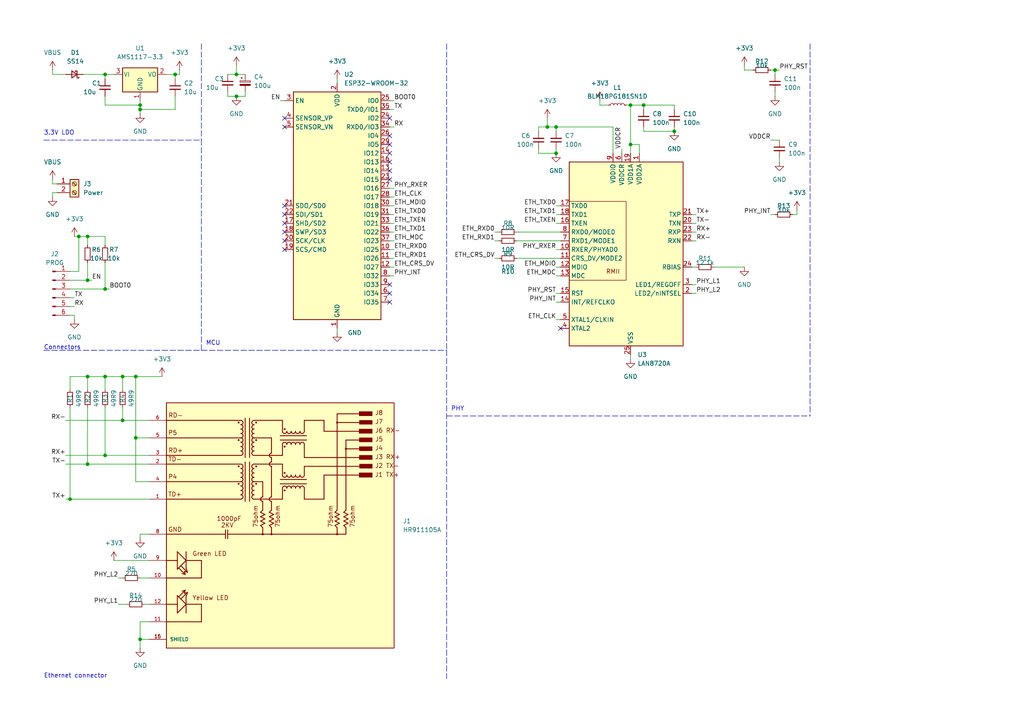
<source format=kicad_sch>
(kicad_sch (version 20211123) (generator eeschema)
  (paper "A4")
  (lib_symbols
    (symbol "Connector:Conn_01x06_Male" (pin_names (offset 1.016) hide)
      (property "Reference" "J" (at 0 7.62 0))
      (property "Value" "Conn_01x06_Male" (at 0 -10.16 0))
      (symbol "Conn_01x06_Male_1_1"
        (pin passive line (at 5.08 5.08 180) (length 3.81) (name "Pin_1") (number "1"))
        (pin passive line (at 5.08 2.54 180) (length 3.81) (name "Pin_2") (number "2"))
        (pin passive line (at 5.08 0 180) (length 3.81) (name "Pin_3") (number "3"))
        (pin passive line (at 5.08 -2.54 180) (length 3.81) (name "Pin_4") (number "4"))
        (pin passive line (at 5.08 -5.08 180) (length 3.81) (name "Pin_5") (number "5"))
        (pin passive line (at 5.08 -7.62 180) (length 3.81) (name "Pin_6") (number "6"))
      )
    )
    (symbol "Connector:Screw_Terminal_01x02" (pin_names (offset 1.016) hide)
      (property "Reference" "J" (at 0 2.54 0))
      (property "Value" "Screw_Terminal_01x02" (at 0 -5.08 0))
      (symbol "Screw_Terminal_01x02_1_1"
        (pin passive line (at -5.08 0 0) (length 3.81) (name "Pin_1") (number "1"))
        (pin passive line (at -5.08 -2.54 0) (length 3.81) (name "Pin_2") (number "2"))
      )
    )
    (symbol "Device:C_Polarized_Small" (pin_numbers hide) (pin_names (offset 0.254) hide)
      (property "Reference" "C" (at 0.254 1.778 0))
      (property "Value" "C_Polarized_Small" (at 0.254 -2.032 0))
      (symbol "C_Polarized_Small_1_1"
        (pin passive line (at 0 2.54 270) (length 1.8542) (name "~") (number "1"))
        (pin passive line (at 0 -2.54 90) (length 1.8542) (name "~") (number "2"))
      )
    )
    (symbol "Device:C_Small" (pin_numbers hide) (pin_names (offset 0.254) hide)
      (property "Reference" "C" (at 0.254 1.778 0))
      (property "Value" "C_Small" (at 0.254 -2.032 0))
      (symbol "C_Small_1_1"
        (pin passive line (at 0 2.54 270) (length 2.032) (name "~") (number "1"))
        (pin passive line (at 0 -2.54 90) (length 2.032) (name "~") (number "2"))
      )
    )
    (symbol "Device:D_Schottky_Small" (pin_numbers hide) (pin_names (offset 0.254) hide)
      (property "Reference" "D" (at -1.27 2.032 0))
      (property "Value" "D_Schottky_Small" (at -7.112 -2.032 0))
      (symbol "D_Schottky_Small_1_1"
        (pin passive line (at -2.54 0 0) (length 1.778) (name "K") (number "1"))
        (pin passive line (at 2.54 0 180) (length 1.778) (name "A") (number "2"))
      )
    )
    (symbol "Device:L_Small" (pin_numbers hide) (pin_names (offset 0.254) hide)
      (property "Reference" "L" (at 0.762 1.016 0))
      (property "Value" "L_Small" (at 0.762 -1.016 0))
      (symbol "L_Small_1_1"
        (pin passive line (at 0 2.54 270) (length 0.508) (name "~") (number "1"))
        (pin passive line (at 0 -2.54 90) (length 0.508) (name "~") (number "2"))
      )
    )
    (symbol "Device:R_Small" (pin_numbers hide) (pin_names (offset 0.254) hide)
      (property "Reference" "R" (at 0.762 0.508 0))
      (property "Value" "R_Small" (at 0.762 -1.016 0))
      (symbol "R_Small_1_1"
        (pin passive line (at 0 2.54 270) (length 0.762) (name "~") (number "1"))
        (pin passive line (at 0 -2.54 90) (length 0.762) (name "~") (number "2"))
      )
    )
    (symbol "HR911105A:HR911105A" (pin_names (offset 1.016))
      (property "Reference" "J" (at -33.1724 36.2458 0))
      (property "Value" "HR911105A" (at -33.1216 -38.227 0))
      (symbol "HR911105A_0_0"
        (text "1000pF" (at -18.4912 1.2446 0) (effects (font (size 1.27 1.27)) (justify left bottom)))
        (text "2KV" (at -17.2212 -0.6604 0) (effects (font (size 1.27 1.27)) (justify left bottom)))
        (text "75ohm" (at -6.4008 -0.6604 900) (effects (font (size 1.27 1.27)) (justify left bottom)))
        (text "75ohm" (at 0 -0.6604 900) (effects (font (size 1.27 1.27)) (justify left bottom)))
        (text "75ohm" (at 15.3416 -0.6604 900) (effects (font (size 1.27 1.27)) (justify left bottom)))
        (text "75ohm" (at 21.6916 -0.6604 900) (effects (font (size 1.27 1.27)) (justify left bottom)))
        (text "GND" (at -32.5374 -1.905 0) (effects (font (size 1.27 1.27)) (justify left bottom)))
        (text "Green LED" (at -25.5016 -8.9154 0) (effects (font (size 1.27 1.27)) (justify left bottom)))
        (text "J1 TX+" (at 27.432 13.9954 0) (effects (font (size 1.27 1.27)) (justify left bottom)))
        (text "J2 TX-" (at 27.4574 16.5862 0) (effects (font (size 1.27 1.27)) (justify left bottom)))
        (text "J3 RX+" (at 27.4574 19.1516 0) (effects (font (size 1.27 1.27)) (justify left bottom)))
        (text "J4" (at 27.4574 21.717 0) (effects (font (size 1.27 1.27)) (justify left bottom)))
        (text "J5" (at 27.4828 24.257 0) (effects (font (size 1.27 1.27)) (justify left bottom)))
        (text "J6 RX-" (at 27.4574 26.8224 0) (effects (font (size 1.27 1.27)) (justify left bottom)))
        (text "J7" (at 27.4574 29.3624 0) (effects (font (size 1.27 1.27)) (justify left bottom)))
        (text "J8" (at 27.4574 31.9278 0) (effects (font (size 1.27 1.27)) (justify left bottom)))
        (text "P4" (at -32.5374 13.4112 0) (effects (font (size 1.27 1.27)) (justify left bottom)))
        (text "P5" (at -32.5374 26.162 0) (effects (font (size 1.27 1.27)) (justify left bottom)))
        (text "RD+" (at -32.4866 21.0312 0) (effects (font (size 1.27 1.27)) (justify left bottom)))
        (text "RD-" (at -32.4866 31.2166 0) (effects (font (size 1.27 1.27)) (justify left bottom)))
        (text "TD+" (at -32.5628 8.3058 0) (effects (font (size 1.27 1.27)) (justify left bottom)))
        (text "TD-" (at -32.512 18.4912 0) (effects (font (size 1.27 1.27)) (justify left bottom)))
        (text "Yellow LED" (at -25.527 -21.717 0) (effects (font (size 1.27 1.27)) (justify left bottom)))
        (pin passive line (at -38.1 7.62 0) (length 5.08) (name "~") (number "1"))
        (pin passive line (at -38.1 -15.24 0) (length 5.08) (name "~") (number "10"))
        (pin passive line (at -38.1 -27.94 0) (length 5.08) (name "~") (number "11"))
        (pin passive line (at -38.1 -22.86 0) (length 5.08) (name "~") (number "12"))
        (pin passive line (at -38.1 -33.02 0) (length 5.08) (name "SHIELD") (number "15"))
        (pin passive line (at -38.1 -33.02 0) (length 5.08) (name "SHIELD") (number "16"))
        (pin passive line (at -38.1 17.78 0) (length 5.08) (name "~") (number "2"))
        (pin passive line (at -38.1 20.32 0) (length 5.08) (name "~") (number "3"))
        (pin passive line (at -38.1 12.7 0) (length 5.08) (name "~") (number "4"))
        (pin passive line (at -38.1 25.4 0) (length 5.08) (name "~") (number "5"))
        (pin passive line (at -38.1 30.48 0) (length 5.08) (name "~") (number "6"))
        (pin power_in line (at -38.1 -2.54 0) (length 5.08) (name "~") (number "8"))
        (pin passive line (at -38.1 -10.16 0) (length 5.08) (name "~") (number "9"))
      )
    )
    (symbol "Interface_Ethernet:LAN8720A"
      (property "Reference" "U" (at -13.97 29.21 0))
      (property "Value" "LAN8720A" (at 15.24 29.21 0))
      (symbol "LAN8720A_0_0"
        (text "RMII" (at -5.08 -3.81 0) (effects (font (size 1.27 1.27))))
      )
      (symbol "LAN8720A_1_1"
        (pin power_in line (at 2.54 30.48 270) (length 2.54) (name "VDD2A") (number "1"))
        (pin output line (at -20.32 2.54 0) (length 2.54) (name "RXER/PHYAD0") (number "10"))
        (pin output line (at -20.32 0 0) (length 2.54) (name "CRS_DV/MODE2") (number "11"))
        (pin bidirectional line (at -20.32 -2.54 0) (length 2.54) (name "MDIO") (number "12"))
        (pin input line (at -20.32 -5.08 0) (length 2.54) (name "MDC") (number "13"))
        (pin output line (at -20.32 -12.7 0) (length 2.54) (name "INT/REFCLKO") (number "14"))
        (pin input line (at -20.32 -10.16 0) (length 2.54) (name "RST") (number "15"))
        (pin input line (at -20.32 10.16 0) (length 2.54) (name "TXEN") (number "16"))
        (pin input line (at -20.32 15.24 0) (length 2.54) (name "TXD0") (number "17"))
        (pin input line (at -20.32 12.7 0) (length 2.54) (name "TXD1") (number "18"))
        (pin power_in line (at 0 30.48 270) (length 2.54) (name "VDD1A") (number "19"))
        (pin bidirectional line (at 17.78 -10.16 180) (length 2.54) (name "LED2/nINTSEL") (number "2"))
        (pin output line (at 17.78 10.16 180) (length 2.54) (name "TXN") (number "20"))
        (pin output line (at 17.78 12.7 180) (length 2.54) (name "TXP") (number "21"))
        (pin output line (at 17.78 5.08 180) (length 2.54) (name "RXN") (number "22"))
        (pin output line (at 17.78 7.62 180) (length 2.54) (name "RXP") (number "23"))
        (pin input line (at 17.78 -2.54 180) (length 2.54) (name "RBIAS") (number "24"))
        (pin power_in line (at 0 -27.94 90) (length 2.54) (name "VSS") (number "25"))
        (pin bidirectional line (at 17.78 -7.62 180) (length 2.54) (name "LED1/REGOFF") (number "3"))
        (pin passive line (at -20.32 -20.32 0) (length 2.54) (name "XTAL2") (number "4"))
        (pin passive line (at -20.32 -17.78 0) (length 2.54) (name "XTAL1/CLKIN") (number "5"))
        (pin power_in line (at -2.54 30.48 270) (length 2.54) (name "VDDCR") (number "6"))
        (pin output line (at -20.32 5.08 0) (length 2.54) (name "RXD1/MODE1") (number "7"))
        (pin output line (at -20.32 7.62 0) (length 2.54) (name "RXD0/MODE0") (number "8"))
        (pin power_in line (at -5.08 30.48 270) (length 2.54) (name "VDDIO") (number "9"))
      )
    )
    (symbol "RF_Module:ESP32-WROOM-32"
      (property "Reference" "U" (at -12.7 34.29 0))
      (property "Value" "ESP32-WROOM-32" (at 1.27 34.29 0))
      (symbol "ESP32-WROOM-32_1_1"
        (pin power_in line (at 0 -35.56 90) (length 2.54) (name "GND") (number "1"))
        (pin bidirectional line (at 15.24 -12.7 180) (length 2.54) (name "IO25") (number "10"))
        (pin bidirectional line (at 15.24 -15.24 180) (length 2.54) (name "IO26") (number "11"))
        (pin bidirectional line (at 15.24 -17.78 180) (length 2.54) (name "IO27") (number "12"))
        (pin bidirectional line (at 15.24 10.16 180) (length 2.54) (name "IO14") (number "13"))
        (pin bidirectional line (at 15.24 15.24 180) (length 2.54) (name "IO12") (number "14"))
        (pin passive line (at 0 -35.56 90) (length 2.54) hide (name "GND") (number "15"))
        (pin bidirectional line (at 15.24 12.7 180) (length 2.54) (name "IO13") (number "16"))
        (pin bidirectional line (at -15.24 -5.08 0) (length 2.54) (name "SHD/SD2") (number "17"))
        (pin bidirectional line (at -15.24 -7.62 0) (length 2.54) (name "SWP/SD3") (number "18"))
        (pin bidirectional line (at -15.24 -12.7 0) (length 2.54) (name "SCS/CMD") (number "19"))
        (pin power_in line (at 0 35.56 270) (length 2.54) (name "VDD") (number "2"))
        (pin bidirectional line (at -15.24 -10.16 0) (length 2.54) (name "SCK/CLK") (number "20"))
        (pin bidirectional line (at -15.24 0 0) (length 2.54) (name "SDO/SD0") (number "21"))
        (pin bidirectional line (at -15.24 -2.54 0) (length 2.54) (name "SDI/SD1") (number "22"))
        (pin bidirectional line (at 15.24 7.62 180) (length 2.54) (name "IO15") (number "23"))
        (pin bidirectional line (at 15.24 25.4 180) (length 2.54) (name "IO2") (number "24"))
        (pin bidirectional line (at 15.24 30.48 180) (length 2.54) (name "IO0") (number "25"))
        (pin bidirectional line (at 15.24 20.32 180) (length 2.54) (name "IO4") (number "26"))
        (pin bidirectional line (at 15.24 5.08 180) (length 2.54) (name "IO16") (number "27"))
        (pin bidirectional line (at 15.24 2.54 180) (length 2.54) (name "IO17") (number "28"))
        (pin bidirectional line (at 15.24 17.78 180) (length 2.54) (name "IO5") (number "29"))
        (pin input line (at -15.24 30.48 0) (length 2.54) (name "EN") (number "3"))
        (pin bidirectional line (at 15.24 0 180) (length 2.54) (name "IO18") (number "30"))
        (pin bidirectional line (at 15.24 -2.54 180) (length 2.54) (name "IO19") (number "31"))
        (pin no_connect line (at -12.7 -27.94 0) (length 2.54) hide (name "NC") (number "32"))
        (pin bidirectional line (at 15.24 -5.08 180) (length 2.54) (name "IO21") (number "33"))
        (pin bidirectional line (at 15.24 22.86 180) (length 2.54) (name "RXD0/IO3") (number "34"))
        (pin bidirectional line (at 15.24 27.94 180) (length 2.54) (name "TXD0/IO1") (number "35"))
        (pin bidirectional line (at 15.24 -7.62 180) (length 2.54) (name "IO22") (number "36"))
        (pin bidirectional line (at 15.24 -10.16 180) (length 2.54) (name "IO23") (number "37"))
        (pin passive line (at 0 -35.56 90) (length 2.54) hide (name "GND") (number "38"))
        (pin passive line (at 0 -35.56 90) (length 2.54) hide (name "GND") (number "39"))
        (pin input line (at -15.24 25.4 0) (length 2.54) (name "SENSOR_VP") (number "4"))
        (pin input line (at -15.24 22.86 0) (length 2.54) (name "SENSOR_VN") (number "5"))
        (pin input line (at 15.24 -25.4 180) (length 2.54) (name "IO34") (number "6"))
        (pin input line (at 15.24 -27.94 180) (length 2.54) (name "IO35") (number "7"))
        (pin bidirectional line (at 15.24 -20.32 180) (length 2.54) (name "IO32") (number "8"))
        (pin bidirectional line (at 15.24 -22.86 180) (length 2.54) (name "IO33") (number "9"))
      )
    )
    (symbol "Regulator_Linear:AMS1117-3.3" (pin_names (offset 0.254))
      (property "Reference" "U" (at -3.81 3.175 0))
      (property "Value" "AMS1117-3.3" (at 0 3.175 0))
      (symbol "AMS1117-3.3_1_1"
        (pin power_in line (at 0 -7.62 90) (length 2.54) (name "GND") (number "1"))
        (pin power_out line (at 7.62 0 180) (length 2.54) (name "VO") (number "2"))
        (pin power_in line (at -7.62 0 0) (length 2.54) (name "VI") (number "3"))
      )
    )
    (symbol "power:+3.3V" (power) (pin_names (offset 0))
      (property "Value" "+3.3V" (at 0 3.556 0))
      (symbol "+3.3V_1_1"
        (pin power_in line (at 0 0 90) (length 0) hide (name "+3V3") (number "1"))
      )
    )
    (symbol "power:GND" (power) (pin_names (offset 0))
      (property "Value" "GND" (at 0 -3.81 0))
      (symbol "GND_1_1"
        (pin power_in line (at 0 0 270) (length 0) hide (name "GND") (number "1"))
      )
    )
    (symbol "power:VBUS" (power) (pin_names (offset 0))
      (property "Value" "VBUS" (at 0 3.81 0))
      (symbol "VBUS_1_1"
        (pin power_in line (at 0 0 90) (length 0) hide (name "VBUS") (number "1"))
      )
    )
  )
  (junction (at 50.8 21.59))
  (junction (at 68.58 21.59))
  (junction (at 30.48 21.59))
  (junction (at 30.48 132.08))
  (junction (at 35.56 121.92))
  (junction (at 182.88 41.91))
  (junction (at 161.29 36.83))
  (junction (at 40.64 30.48))
  (junction (at 39.37 127))
  (junction (at 182.88 30.48))
  (junction (at 186.69 30.48))
  (junction (at 22.86 68.58))
  (junction (at 158.75 36.83))
  (junction (at 25.4 109.22))
  (junction (at 224.79 20.32))
  (junction (at 161.29 44.45))
  (junction (at 40.64 185.42))
  (junction (at 195.58 38.1))
  (junction (at 25.4 68.58))
  (junction (at 68.58 27.94))
  (junction (at 20.32 144.78))
  (junction (at 25.4 81.28))
  (junction (at 30.48 83.82))
  (junction (at 40.64 31.75))
  (junction (at 39.37 109.22))
  (junction (at 25.4 134.62))
  (junction (at 30.48 109.22))
  (junction (at 35.56 109.22))
  (no_connect (at 162.56 95.25))
  (no_connect (at 113.03 87.63))
  (no_connect (at 113.03 85.09))
  (no_connect (at 113.03 82.55))
  (no_connect (at 113.03 46.99))
  (no_connect (at 113.03 52.07))
  (no_connect (at 113.03 49.53))
  (no_connect (at 113.03 44.45))
  (no_connect (at 113.03 41.91))
  (no_connect (at 113.03 39.37))
  (no_connect (at 113.03 34.29))
  (no_connect (at 82.55 36.83))
  (no_connect (at 82.55 34.29))
  (no_connect (at 82.55 72.39))
  (no_connect (at 82.55 69.85))
  (no_connect (at 82.55 67.31))
  (no_connect (at 82.55 64.77))
  (no_connect (at 82.55 62.23))
  (no_connect (at 82.55 59.69))
  (wire (pts (xy 113.03 62.23) (xy 114.3 62.23)))
  (wire (pts (xy 186.69 36.83) (xy 186.69 38.1)))
  (wire (pts (xy 182.88 30.48) (xy 182.88 41.91)))
  (wire (pts (xy 161.29 59.69) (xy 162.56 59.69)))
  (polyline (pts (xy 58.42 101.6) (xy 129.54 101.6)))
  (wire (pts (xy 113.03 36.83) (xy 114.3 36.83)))
  (wire (pts (xy 161.29 85.09) (xy 162.56 85.09)))
  (wire (pts (xy 22.86 68.58) (xy 25.4 68.58)))
  (wire (pts (xy 143.51 69.85) (xy 144.78 69.85)))
  (wire (pts (xy 30.48 22.86) (xy 30.48 21.59)))
  (wire (pts (xy 34.29 167.64) (xy 35.56 167.64)))
  (wire (pts (xy 161.29 92.71) (xy 162.56 92.71)))
  (wire (pts (xy 40.64 187.96) (xy 40.64 185.42)))
  (wire (pts (xy 22.86 68.58) (xy 22.86 78.74)))
  (wire (pts (xy 200.66 85.09) (xy 201.93 85.09)))
  (wire (pts (xy 41.91 175.26) (xy 43.18 175.26)))
  (wire (pts (xy 161.29 36.83) (xy 158.75 36.83)))
  (wire (pts (xy 39.37 139.7) (xy 39.37 127)))
  (wire (pts (xy 186.69 30.48) (xy 195.58 30.48)))
  (wire (pts (xy 40.64 185.42) (xy 40.64 180.34)))
  (wire (pts (xy 24.13 21.59) (xy 30.48 21.59)))
  (wire (pts (xy 185.42 44.45) (xy 185.42 41.91)))
  (wire (pts (xy 113.03 72.39) (xy 114.3 72.39)))
  (wire (pts (xy 25.4 109.22) (xy 20.32 109.22)))
  (polyline (pts (xy 12.7 101.6) (xy 58.42 101.6)))
  (wire (pts (xy 200.66 77.47) (xy 201.93 77.47)))
  (polyline (pts (xy 12.7 40.64) (xy 58.42 40.64)))
  (wire (pts (xy 149.86 74.93) (xy 162.56 74.93)))
  (polyline (pts (xy 58.42 12.7) (xy 58.42 40.64)))
  (wire (pts (xy 223.52 40.64) (xy 226.06 40.64)))
  (wire (pts (xy 66.04 26.67) (xy 66.04 27.94)))
  (wire (pts (xy 215.9 19.05) (xy 215.9 20.32)))
  (wire (pts (xy 161.29 72.39) (xy 162.56 72.39)))
  (wire (pts (xy 25.4 68.58) (xy 30.48 68.58)))
  (wire (pts (xy 97.79 95.25) (xy 97.79 96.52)))
  (wire (pts (xy 161.29 64.77) (xy 162.56 64.77)))
  (wire (pts (xy 30.48 118.11) (xy 30.48 132.08)))
  (wire (pts (xy 66.04 27.94) (xy 68.58 27.94)))
  (wire (pts (xy 43.18 134.62) (xy 25.4 134.62)))
  (wire (pts (xy 161.29 87.63) (xy 162.56 87.63)))
  (wire (pts (xy 182.88 30.48) (xy 186.69 30.48)))
  (wire (pts (xy 156.21 43.18) (xy 156.21 44.45)))
  (wire (pts (xy 71.12 27.94) (xy 71.12 26.67)))
  (wire (pts (xy 30.48 109.22) (xy 25.4 109.22)))
  (wire (pts (xy 15.24 20.32) (xy 15.24 21.59)))
  (wire (pts (xy 113.03 64.77) (xy 114.3 64.77)))
  (wire (pts (xy 46.99 109.22) (xy 39.37 109.22)))
  (wire (pts (xy 224.79 26.67) (xy 224.79 27.94)))
  (wire (pts (xy 19.05 144.78) (xy 20.32 144.78)))
  (wire (pts (xy 30.48 68.58) (xy 30.48 71.12)))
  (wire (pts (xy 149.86 67.31) (xy 162.56 67.31)))
  (polyline (pts (xy 58.42 101.6) (xy 58.42 40.64)))
  (wire (pts (xy 15.24 53.34) (xy 16.51 53.34)))
  (wire (pts (xy 20.32 109.22) (xy 20.32 113.03)))
  (wire (pts (xy 30.48 83.82) (xy 31.75 83.82)))
  (wire (pts (xy 195.58 30.48) (xy 195.58 31.75)))
  (wire (pts (xy 161.29 77.47) (xy 162.56 77.47)))
  (wire (pts (xy 186.69 30.48) (xy 186.69 31.75)))
  (wire (pts (xy 231.14 62.23) (xy 229.87 62.23)))
  (wire (pts (xy 68.58 27.94) (xy 71.12 27.94)))
  (wire (pts (xy 20.32 144.78) (xy 20.32 118.11)))
  (wire (pts (xy 207.01 77.47) (xy 215.9 77.47)))
  (wire (pts (xy 200.66 69.85) (xy 201.93 69.85)))
  (wire (pts (xy 25.4 68.58) (xy 25.4 71.12)))
  (wire (pts (xy 224.79 20.32) (xy 226.06 20.32)))
  (wire (pts (xy 19.05 134.62) (xy 25.4 134.62)))
  (wire (pts (xy 40.64 156.21) (xy 40.64 154.94)))
  (wire (pts (xy 200.66 64.77) (xy 201.93 64.77)))
  (wire (pts (xy 113.03 54.61) (xy 114.3 54.61)))
  (wire (pts (xy 50.8 31.75) (xy 50.8 27.94)))
  (wire (pts (xy 186.69 38.1) (xy 195.58 38.1)))
  (wire (pts (xy 113.03 31.75) (xy 114.3 31.75)))
  (wire (pts (xy 173.99 30.48) (xy 176.53 30.48)))
  (wire (pts (xy 40.64 31.75) (xy 40.64 33.02)))
  (wire (pts (xy 30.48 27.94) (xy 30.48 30.48)))
  (wire (pts (xy 20.32 83.82) (xy 30.48 83.82)))
  (wire (pts (xy 21.59 68.58) (xy 22.86 68.58)))
  (wire (pts (xy 43.18 121.92) (xy 35.56 121.92)))
  (wire (pts (xy 113.03 69.85) (xy 114.3 69.85)))
  (wire (pts (xy 113.03 59.69) (xy 114.3 59.69)))
  (wire (pts (xy 113.03 80.01) (xy 114.3 80.01)))
  (polyline (pts (xy 129.54 120.65) (xy 234.95 120.65)))
  (polyline (pts (xy 129.54 101.6) (xy 129.54 196.85)))
  (wire (pts (xy 40.64 180.34) (xy 43.18 180.34)))
  (wire (pts (xy 39.37 109.22) (xy 39.37 127)))
  (wire (pts (xy 66.04 21.59) (xy 68.58 21.59)))
  (wire (pts (xy 200.66 67.31) (xy 201.93 67.31)))
  (wire (pts (xy 113.03 74.93) (xy 114.3 74.93)))
  (wire (pts (xy 81.28 29.21) (xy 82.55 29.21)))
  (wire (pts (xy 30.48 21.59) (xy 33.02 21.59)))
  (wire (pts (xy 22.86 78.74) (xy 20.32 78.74)))
  (wire (pts (xy 97.79 22.86) (xy 97.79 24.13)))
  (wire (pts (xy 223.52 20.32) (xy 224.79 20.32)))
  (wire (pts (xy 224.79 20.32) (xy 224.79 21.59)))
  (wire (pts (xy 43.18 127) (xy 39.37 127)))
  (wire (pts (xy 43.18 144.78) (xy 20.32 144.78)))
  (wire (pts (xy 40.64 31.75) (xy 50.8 31.75)))
  (wire (pts (xy 113.03 57.15) (xy 114.3 57.15)))
  (wire (pts (xy 113.03 77.47) (xy 114.3 77.47)))
  (wire (pts (xy 161.29 43.18) (xy 161.29 44.45)))
  (wire (pts (xy 156.21 44.45) (xy 161.29 44.45)))
  (wire (pts (xy 48.26 21.59) (xy 50.8 21.59)))
  (wire (pts (xy 25.4 76.2) (xy 25.4 81.28)))
  (wire (pts (xy 15.24 21.59) (xy 19.05 21.59)))
  (wire (pts (xy 15.24 52.07) (xy 15.24 53.34)))
  (wire (pts (xy 35.56 109.22) (xy 30.48 109.22)))
  (wire (pts (xy 143.51 67.31) (xy 144.78 67.31)))
  (wire (pts (xy 113.03 67.31) (xy 114.3 67.31)))
  (wire (pts (xy 149.86 69.85) (xy 162.56 69.85)))
  (wire (pts (xy 30.48 76.2) (xy 30.48 83.82)))
  (wire (pts (xy 20.32 88.9) (xy 21.59 88.9)))
  (wire (pts (xy 43.18 139.7) (xy 39.37 139.7)))
  (wire (pts (xy 158.75 34.29) (xy 158.75 36.83)))
  (wire (pts (xy 200.66 62.23) (xy 201.93 62.23)))
  (wire (pts (xy 40.64 185.42) (xy 43.18 185.42)))
  (wire (pts (xy 25.4 109.22) (xy 25.4 113.03)))
  (wire (pts (xy 21.59 91.44) (xy 21.59 92.71)))
  (wire (pts (xy 156.21 36.83) (xy 156.21 38.1)))
  (polyline (pts (xy 129.54 12.7) (xy 129.54 101.6)))
  (wire (pts (xy 19.05 132.08) (xy 30.48 132.08)))
  (wire (pts (xy 113.03 29.21) (xy 114.3 29.21)))
  (wire (pts (xy 19.05 121.92) (xy 35.56 121.92)))
  (wire (pts (xy 68.58 21.59) (xy 71.12 21.59)))
  (wire (pts (xy 20.32 81.28) (xy 25.4 81.28)))
  (wire (pts (xy 182.88 102.87) (xy 182.88 104.14)))
  (wire (pts (xy 39.37 109.22) (xy 35.56 109.22)))
  (wire (pts (xy 20.32 86.36) (xy 21.59 86.36)))
  (wire (pts (xy 177.8 36.83) (xy 161.29 36.83)))
  (wire (pts (xy 35.56 121.92) (xy 35.56 118.11)))
  (wire (pts (xy 182.88 41.91) (xy 182.88 44.45)))
  (wire (pts (xy 185.42 41.91) (xy 182.88 41.91)))
  (wire (pts (xy 40.64 30.48) (xy 40.64 31.75)))
  (wire (pts (xy 15.24 55.88) (xy 16.51 55.88)))
  (wire (pts (xy 50.8 21.59) (xy 50.8 22.86)))
  (wire (pts (xy 68.58 19.05) (xy 68.58 21.59)))
  (wire (pts (xy 231.14 60.96) (xy 231.14 62.23)))
  (wire (pts (xy 25.4 81.28) (xy 26.67 81.28)))
  (wire (pts (xy 50.8 21.59) (xy 52.07 21.59)))
  (wire (pts (xy 215.9 20.32) (xy 218.44 20.32)))
  (wire (pts (xy 177.8 44.45) (xy 177.8 36.83)))
  (wire (pts (xy 33.02 162.56) (xy 43.18 162.56)))
  (wire (pts (xy 161.29 36.83) (xy 161.29 38.1)))
  (wire (pts (xy 173.99 29.21) (xy 173.99 30.48)))
  (wire (pts (xy 30.48 30.48) (xy 40.64 30.48)))
  (wire (pts (xy 195.58 36.83) (xy 195.58 38.1)))
  (wire (pts (xy 52.07 20.32) (xy 52.07 21.59)))
  (wire (pts (xy 40.64 167.64) (xy 43.18 167.64)))
  (wire (pts (xy 20.32 91.44) (xy 21.59 91.44)))
  (wire (pts (xy 30.48 132.08) (xy 43.18 132.08)))
  (wire (pts (xy 158.75 36.83) (xy 156.21 36.83)))
  (wire (pts (xy 30.48 109.22) (xy 30.48 113.03)))
  (wire (pts (xy 40.64 154.94) (xy 43.18 154.94)))
  (wire (pts (xy 25.4 134.62) (xy 25.4 118.11)))
  (wire (pts (xy 35.56 109.22) (xy 35.56 113.03)))
  (wire (pts (xy 180.34 43.18) (xy 180.34 44.45)))
  (wire (pts (xy 143.51 74.93) (xy 144.78 74.93)))
  (wire (pts (xy 226.06 45.72) (xy 226.06 46.99)))
  (polyline (pts (xy 234.95 12.7) (xy 234.95 120.65)))
  (wire (pts (xy 34.29 175.26) (xy 36.83 175.26)))
  (wire (pts (xy 161.29 62.23) (xy 162.56 62.23)))
  (wire (pts (xy 181.61 30.48) (xy 182.88 30.48)))
  (wire (pts (xy 40.64 29.21) (xy 40.64 30.48)))
  (wire (pts (xy 161.29 80.01) (xy 162.56 80.01)))
  (wire (pts (xy 223.52 62.23) (xy 224.79 62.23)))
  (wire (pts (xy 200.66 82.55) (xy 201.93 82.55)))
  (wire (pts (xy 15.24 57.15) (xy 15.24 55.88)))
  (text "PHY" (at 130.81 119.38 0) (effects (font (size 1.27 1.27)) (justify left bottom)))
  (text "3.3V LDO" (at 12.7 39.37 0) (effects (font (size 1.27 1.27)) (justify left bottom)))
  (text "Connectors" (at 12.7 101.6 0) (effects (font (size 1.27 1.27)) (justify left bottom)))
  (text "Ethernet connector" (at 12.7 196.85 0) (effects (font (size 1.27 1.27)) (justify left bottom)))
  (text "MCU" (at 59.69 100.33 0) (effects (font (size 1.27 1.27)) (justify left bottom)))
  (label "VDDCR" (at 223.52 40.64 180))
  (label "ETH_TXEN" (at 114.3 64.77 0))
  (label "ETH_RXD0" (at 114.3 72.39 0))
  (label "TX-" (at 201.93 64.77 0))
  (label "PHY_L1" (at 201.93 82.55 0))
  (label "PHY_RXER" (at 161.29 72.39 180))
  (label "RX" (at 21.59 88.9 0))
  (label "RX" (at 114.3 36.83 0))
  (label "ETH_MDC" (at 161.29 80.01 180))
  (label "PHY_INT" (at 114.3 80.01 0))
  (label "RX-" (at 19.05 121.92 180))
  (label "ETH_TXEN" (at 161.29 64.77 180))
  (label "ETH_MDIO" (at 114.3 59.69 0))
  (label "PHY_INT" (at 161.29 87.63 180))
  (label "RX+" (at 19.05 132.08 180))
  (label "ETH_RXD0" (at 143.51 67.31 180))
  (label "PHY_L2" (at 201.93 85.09 0))
  (label "ETH_CLK" (at 161.29 92.71 180))
  (label "ETH_CRS_DV" (at 143.51 74.93 180))
  (label "VDDCR" (at 180.34 43.18 90))
  (label "ETH_TXD1" (at 161.29 62.23 180))
  (label "BOOT0" (at 31.75 83.82 0))
  (label "ETH_TXD0" (at 161.29 59.69 180))
  (label "ETH_MDIO" (at 161.29 77.47 180))
  (label "RX-" (at 201.93 69.85 0))
  (label "ETH_CLK" (at 114.3 57.15 0))
  (label "TX-" (at 19.05 134.62 180))
  (label "PHY_RST" (at 161.29 85.09 180))
  (label "BOOT0" (at 114.3 29.21 0))
  (label "PHY_RST" (at 226.06 20.32 0))
  (label "PHY_RXER" (at 114.3 54.61 0))
  (label "TX+" (at 19.05 144.78 180))
  (label "ETH_MDC" (at 114.3 69.85 0))
  (label "TX+" (at 201.93 62.23 0))
  (label "TX" (at 114.3 31.75 0))
  (label "EN" (at 81.28 29.21 180))
  (label "ETH_RXD1" (at 114.3 74.93 0))
  (label "ETH_RXD1" (at 143.51 69.85 180))
  (label "TX" (at 21.59 86.36 0))
  (label "RX+" (at 201.93 67.31 0))
  (label "ETH_TXD0" (at 114.3 62.23 0))
  (label "PHY_INT" (at 223.52 62.23 180))
  (label "PHY_L1" (at 34.29 175.26 180))
  (label "EN" (at 26.67 81.28 0))
  (label "ETH_TXD1" (at 114.3 67.31 0))
  (label "PHY_L2" (at 34.29 167.64 180))
  (label "ETH_CRS_DV" (at 114.3 77.47 0))
  (symbol (lib_id "Device:C_Small") (at 156.21 40.64 180) (unit 1)
    (property "Reference" "C6" (at 151.13 39.37 0) (effects (justify right)))
    (property "Value" "100n" (at 149.86 41.91 0) (effects (justify right)))
    (property "Footprint" "Capacitor_SMD:C_0603_1608Metric" (effects hide))
  )
  (symbol (lib_id "power:+3.3V") (at 52.07 20.32 0) (unit 1)
    (property "Reference" "#PWR0111" (effects hide))
    (property "Value" "+3.3V" (at 52.07 15.24 0))
  )
  (symbol (lib_id "RF_Module:ESP32-WROOM-32") (at 97.79 59.69 0) (unit 1)
    (property "Reference" "U2" (at 99.8094 21.59 0) (effects (justify left)))
    (property "Value" "ESP32-WROOM-32" (at 99.8094 24.13 0) (effects (justify left)))
    (property "Footprint" "RF_Module:ESP32-WROOM-32" (effects hide))
    (property "Datasheet" "https://www.espressif.com/sites/default/files/documentation/esp32-wroom-32_datasheet_en.pdf" (effects hide))
  )
  (symbol (lib_id "Device:R_Small") (at 30.48 73.66 180) (unit 1)
    (property "Reference" "R7" (at 33.02 72.39 0))
    (property "Value" "10k" (at 33.02 74.93 0))
    (property "Footprint" "Resistor_SMD:R_0603_1608Metric" (effects hide))
  )
  (symbol (lib_id "power:GND") (at 182.88 104.14 0) (unit 1)
    (property "Reference" "#PWR0120" (effects hide))
    (property "Value" "GND" (at 182.88 109.22 0))
  )
  (symbol (lib_id "power:GND") (at 21.59 92.71 0) (unit 1)
    (property "Reference" "#PWR0114" (effects hide))
    (property "Value" "GND" (at 21.59 97.79 0))
  )
  (symbol (lib_id "Regulator_Linear:AMS1117-3.3") (at 40.64 21.59 0) (unit 1)
    (property "Reference" "U1" (at 40.64 13.97 0))
    (property "Value" "AMS1117-3.3" (at 40.64 16.51 0))
    (property "Footprint" "Package_TO_SOT_SMD:SOT-223-3_TabPin2" (effects hide))
    (property "Datasheet" "http://www.advanced-monolithic.com/pdf/ds1117.pdf" (effects hide))
  )
  (symbol (lib_id "power:GND") (at 215.9 77.47 0) (unit 1)
    (property "Reference" "#PWR0123" (effects hide))
    (property "Value" "GND" (at 215.9 82.55 0))
  )
  (symbol (lib_id "Device:C_Polarized_Small") (at 71.12 24.13 0) (unit 1)
    (property "Reference" "C4" (at 73.66 22.3138 0) (effects (justify left)))
    (property "Value" "100u" (at 73.66 24.8538 0) (effects (justify left)))
    (property "Footprint" "Capacitor_Tantalum_SMD:CP_EIA-3528-21_Kemet-B" (effects hide))
  )
  (symbol (lib_id "Device:C_Small") (at 195.58 34.29 0) (unit 1)
    (property "Reference" "C10" (at 198.12 33.0262 0) (effects (justify left)))
    (property "Value" "100n" (at 198.12 35.5662 0) (effects (justify left)))
    (property "Footprint" "Capacitor_SMD:C_0603_1608Metric" (effects hide))
  )
  (symbol (lib_id "power:+3.3V") (at 21.59 68.58 0) (unit 1)
    (property "Reference" "#PWR0112" (effects hide))
    (property "Value" "+3.3V" (at 21.59 63.5 0))
  )
  (symbol (lib_id "Connector:Screw_Terminal_01x02") (at 21.59 53.34 0) (unit 1)
    (property "Reference" "J3" (at 24.13 53.3399 0) (effects (justify left)))
    (property "Value" "Power" (at 24.13 55.8799 0) (effects (justify left)))
    (property "Footprint" "TerminalBlock_4Ucon:TerminalBlock_4Ucon_1x02_P3.50mm_Vertical" (effects hide))
  )
  (symbol (lib_id "Interface_Ethernet:LAN8720A") (at 182.88 74.93 0) (unit 1)
    (property "Reference" "U3" (at 184.8994 102.87 0) (effects (justify left)))
    (property "Value" "LAN8720A" (at 184.8994 105.41 0) (effects (justify left)))
    (property "Footprint" "Package_DFN_QFN:QFN-24-1EP_4x4mm_P0.5mm_EP2.6x2.6mm" (effects hide))
    (property "Datasheet" "http://ww1.microchip.com/downloads/en/DeviceDoc/8720a.pdf" (effects hide))
  )
  (symbol (lib_id "Device:C_Small") (at 30.48 25.4 0) (unit 1)
    (property "Reference" "C1" (at 26.67 24.13 0) (effects (justify left)))
    (property "Value" "10u" (at 24.13 26.67 0) (effects (justify left)))
    (property "Footprint" "Resistor_SMD:R_0603_1608Metric" (effects hide))
  )
  (symbol (lib_id "Device:C_Small") (at 66.04 24.13 0) (unit 1)
    (property "Reference" "C3" (at 62.23 22.86 0) (effects (justify left)))
    (property "Value" "10u" (at 59.69 25.4 0) (effects (justify left)))
    (property "Footprint" "Capacitor_SMD:C_0603_1608Metric" (effects hide))
  )
  (symbol (lib_id "power:GND") (at 224.79 27.94 0) (unit 1)
    (property "Reference" "#PWR0121" (effects hide))
    (property "Value" "GND" (at 224.79 33.02 0))
  )
  (symbol (lib_id "power:GND") (at 68.58 27.94 0) (unit 1)
    (property "Reference" "#PWR0108" (effects hide))
    (property "Value" "GND" (at 68.58 33.02 0))
  )
  (symbol (lib_id "Device:C_Small") (at 224.79 24.13 0) (unit 1)
    (property "Reference" "C11" (at 227.33 22.8662 0) (effects (justify left)))
    (property "Value" "100n" (at 227.33 25.4062 0) (effects (justify left)))
    (property "Footprint" "Capacitor_SMD:C_0603_1608Metric" (effects hide))
  )
  (symbol (lib_id "Device:R_Small") (at 35.56 115.57 180) (unit 1)
    (property "Reference" "R4" (at 35.56 115.57 90))
    (property "Value" "49R9" (at 38.1 115.57 90))
    (property "Footprint" "Resistor_SMD:R_0603_1608Metric" (effects hide))
  )
  (symbol (lib_id "power:+3.3V") (at 215.9 19.05 0) (unit 1)
    (property "Reference" "#PWR0118" (effects hide))
    (property "Value" "+3.3V" (at 215.9 13.97 0))
  )
  (symbol (lib_id "Device:R_Small") (at 220.98 20.32 90) (unit 1)
    (property "Reference" "R12" (at 220.98 17.78 90))
    (property "Value" "10k" (at 220.98 19.05 90))
    (property "Footprint" "Resistor_SMD:R_0603_1608Metric" (effects hide))
  )
  (symbol (lib_id "Device:C_Small") (at 226.06 43.18 0) (unit 1)
    (property "Reference" "C9" (at 228.6 41.9162 0) (effects (justify left)))
    (property "Value" "100n" (at 228.6 44.4562 0) (effects (justify left)))
    (property "Footprint" "Capacitor_SMD:C_0603_1608Metric" (effects hide))
  )
  (symbol (lib_id "Connector:Conn_01x06_Male") (at 15.24 83.82 0) (unit 1)
    (property "Reference" "J2" (at 15.875 73.66 0))
    (property "Value" "PROG" (at 15.875 76.2 0))
    (property "Footprint" "Connector_PinHeader_2.54mm:PinHeader_1x06_P2.54mm_Vertical" (effects hide))
  )
  (symbol (lib_id "power:GND") (at 161.29 44.45 0) (unit 1)
    (property "Reference" "#PWR0116" (effects hide))
    (property "Value" "GND" (at 161.29 49.53 0))
  )
  (symbol (lib_id "power:+3.3V") (at 158.75 34.29 0) (unit 1)
    (property "Reference" "#PWR0113" (effects hide))
    (property "Value" "+3.3V" (at 158.75 29.21 0))
  )
  (symbol (lib_id "power:VBUS") (at 15.24 52.07 0) (unit 1)
    (property "Reference" "#PWR0124" (effects hide))
    (property "Value" "VBUS" (at 15.24 46.99 0))
  )
  (symbol (lib_id "power:+3.3V") (at 231.14 60.96 0) (unit 1)
    (property "Reference" "#PWR0122" (effects hide))
    (property "Value" "+3.3V" (at 231.14 55.88 0))
  )
  (symbol (lib_id "power:GND") (at 40.64 187.96 0) (unit 1)
    (property "Reference" "#PWR0101" (effects hide))
    (property "Value" "GND" (at 40.64 193.04 0))
  )
  (symbol (lib_id "Device:R_Small") (at 147.32 74.93 90) (unit 1)
    (property "Reference" "R10" (at 147.32 78.74 90))
    (property "Value" "10R" (at 147.32 77.47 90))
    (property "Footprint" "Resistor_SMD:R_0603_1608Metric" (effects hide))
  )
  (symbol (lib_id "Device:C_Small") (at 50.8 25.4 0) (unit 1)
    (property "Reference" "C2" (at 53.34 24.13 0) (effects (justify left)))
    (property "Value" "10u" (at 53.34 26.67 0) (effects (justify left)))
    (property "Footprint" "Capacitor_SMD:C_0603_1608Metric" (effects hide))
  )
  (symbol (lib_id "Device:R_Small") (at 39.37 175.26 90) (unit 1)
    (property "Reference" "R14" (at 39.37 172.72 90))
    (property "Value" "270" (at 39.37 173.99 90))
    (property "Footprint" "Resistor_SMD:R_0603_1608Metric" (effects hide))
  )
  (symbol (lib_id "Device:L_Small") (at 179.07 30.48 90) (unit 1)
    (property "Reference" "L1" (at 179.07 25.4 90))
    (property "Value" "BLM18PG181SN1D" (at 179.07 27.94 90))
    (property "Footprint" "Resistor_SMD:R_0603_1608Metric" (effects hide))
  )
  (symbol (lib_id "power:GND") (at 15.24 57.15 0) (unit 1)
    (property "Reference" "#PWR0125" (effects hide))
    (property "Value" "GND" (at 15.24 62.23 0))
  )
  (symbol (lib_id "power:+3.3V") (at 46.99 109.22 0) (unit 1)
    (property "Reference" "#PWR0104" (effects hide))
    (property "Value" "+3.3V" (at 46.99 104.14 0))
  )
  (symbol (lib_id "Device:R_Small") (at 204.47 77.47 90) (unit 1)
    (property "Reference" "R11" (at 204.47 74.93 90))
    (property "Value" "12.1k" (at 204.47 76.2 90))
    (property "Footprint" "Resistor_SMD:R_0603_1608Metric" (effects hide))
  )
  (symbol (lib_id "power:VBUS") (at 15.24 20.32 0) (unit 1)
    (property "Reference" "#PWR0110" (effects hide))
    (property "Value" "VBUS" (at 15.24 15.24 0))
  )
  (symbol (lib_id "Device:R_Small") (at 25.4 73.66 180) (unit 1)
    (property "Reference" "R6" (at 27.94 72.39 0))
    (property "Value" "10k" (at 27.94 74.93 0))
    (property "Footprint" "Resistor_SMD:R_0603_1608Metric" (effects hide))
  )
  (symbol (lib_id "power:GND") (at 97.79 96.52 0) (unit 1)
    (property "Reference" "#PWR0105" (effects hide))
    (property "Value" "GND" (at 102.87 96.52 0))
  )
  (symbol (lib_id "power:GND") (at 226.06 46.99 0) (unit 1)
    (property "Reference" "#PWR0119" (effects hide))
    (property "Value" "GND" (at 226.06 52.07 0))
  )
  (symbol (lib_id "power:+3.3V") (at 33.02 162.56 0) (unit 1)
    (property "Reference" "#PWR0103" (effects hide))
    (property "Value" "+3.3V" (at 33.02 157.48 0))
  )
  (symbol (lib_id "Device:R_Small") (at 38.1 167.64 90) (unit 1)
    (property "Reference" "R5" (at 38.1 165.1 90))
    (property "Value" "270" (at 38.1 166.37 90))
    (property "Footprint" "Resistor_SMD:R_0603_1608Metric" (effects hide))
  )
  (symbol (lib_id "Device:R_Small") (at 20.32 115.57 180) (unit 1)
    (property "Reference" "R1" (at 20.32 115.57 90))
    (property "Value" "49R9" (at 22.86 115.57 90))
    (property "Footprint" "Resistor_SMD:R_0603_1608Metric" (effects hide))
  )
  (symbol (lib_id "Device:C_Small") (at 186.69 34.29 0) (unit 1)
    (property "Reference" "C8" (at 189.23 33.0262 0) (effects (justify left)))
    (property "Value" "100n" (at 189.23 35.5662 0) (effects (justify left)))
    (property "Footprint" "Capacitor_SMD:C_0603_1608Metric" (effects hide))
  )
  (symbol (lib_id "power:+3.3V") (at 97.79 22.86 0) (unit 1)
    (property "Reference" "#PWR0106" (effects hide))
    (property "Value" "+3.3V" (at 97.79 17.78 0))
  )
  (symbol (lib_id "power:GND") (at 195.58 38.1 0) (unit 1)
    (property "Reference" "#PWR0117" (effects hide))
    (property "Value" "GND" (at 195.58 43.18 0))
  )
  (symbol (lib_id "Device:R_Small") (at 227.33 62.23 90) (unit 1)
    (property "Reference" "R13" (at 227.33 59.69 90))
    (property "Value" "10k" (at 227.33 60.96 90))
    (property "Footprint" "Resistor_SMD:R_0603_1608Metric" (effects hide))
  )
  (symbol (lib_id "power:+3.3V") (at 68.58 19.05 0) (unit 1)
    (property "Reference" "#PWR0107" (effects hide))
    (property "Value" "+3.3V" (at 68.58 13.97 0))
  )
  (symbol (lib_id "power:GND") (at 40.64 33.02 0) (unit 1)
    (property "Reference" "#PWR0109" (effects hide))
    (property "Value" "GND" (at 40.64 38.1 0))
  )
  (symbol (lib_id "Device:D_Schottky_Small") (at 21.59 21.59 180) (unit 1)
    (property "Reference" "D1" (at 21.844 15.24 0))
    (property "Value" "SS14" (at 21.844 17.78 0))
    (property "Footprint" "Diode_SMD:D_SMA" (effects hide))
  )
  (symbol (lib_id "Device:R_Small") (at 147.32 67.31 90) (unit 1)
    (property "Reference" "R8" (at 147.32 64.77 90))
    (property "Value" "10R" (at 147.32 66.04 90))
    (property "Footprint" "Resistor_SMD:R_0603_1608Metric" (effects hide))
  )
  (symbol (lib_id "Device:C_Small") (at 161.29 40.64 180) (unit 1)
    (property "Reference" "C7" (at 163.83 39.3635 0) (effects (justify right)))
    (property "Value" "100n" (at 163.83 41.9035 0) (effects (justify right)))
    (property "Footprint" "Capacitor_SMD:C_0603_1608Metric" (effects hide))
  )
  (symbol (lib_id "power:+3.3V") (at 173.99 29.21 0) (unit 1)
    (property "Reference" "#PWR0115" (effects hide))
    (property "Value" "+3.3V" (at 173.99 24.13 0))
  )
  (symbol (lib_id "HR911105A:HR911105A") (at 81.28 152.4 0) (unit 1)
    (property "Reference" "J1" (at 116.84 151.1299 0) (effects (justify left)))
    (property "Value" "HR911105A" (at 116.84 153.6699 0) (effects (justify left)))
    (property "Footprint" "lib:HANRUN_HR911105A" (effects hide))
    (property "AVAILABILITY" "Unavailable" (effects hide))
    (property "PRICE" "None" (effects hide))
    (property "MP" "HR911105A" (effects hide))
    (property "DESCRIPTION" "DIP RJ45 Connector;" (effects hide))
    (property "STANDARD" "Manufacturer Recommendation" (effects hide))
    (property "PACKAGE" "None" (effects hide))
    (property "MF" "HanRun" (effects hide))
    (property "PARTREV" "A" (effects hide))
  )
  (symbol (lib_id "power:GND") (at 40.64 156.21 0) (unit 1)
    (property "Reference" "#PWR0102" (effects hide))
    (property "Value" "GND" (at 40.64 161.29 0))
  )
  (symbol (lib_id "Device:R_Small") (at 30.48 115.57 180) (unit 1)
    (property "Reference" "R3" (at 30.48 115.57 90))
    (property "Value" "49R9" (at 33.02 115.57 90))
    (property "Footprint" "Resistor_SMD:R_0603_1608Metric" (effects hide))
  )
  (symbol (lib_id "Device:R_Small") (at 147.32 69.85 90) (unit 1)
    (property "Reference" "R9" (at 147.32 73.66 90))
    (property "Value" "10R" (at 147.32 72.39 90))
    (property "Footprint" "Resistor_SMD:R_0603_1608Metric" (effects hide))
  )
  (symbol (lib_id "Device:R_Small") (at 25.4 115.57 180) (unit 1)
    (property "Reference" "R2" (at 25.4 115.57 90))
    (property "Value" "49R9" (at 27.94 115.57 90))
    (property "Footprint" "Resistor_SMD:R_0603_1608Metric" (effects hide))
  )
)
</source>
